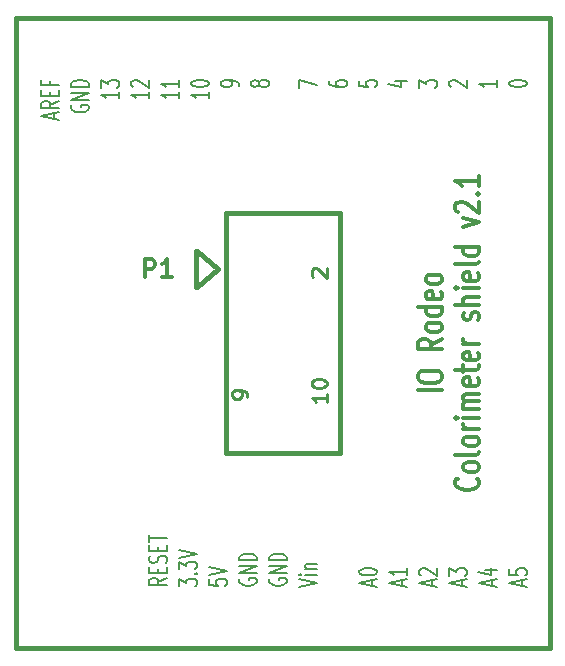
<source format=gto>
G04 (created by PCBNEW-RS274X (2011-07-19)-testing) date Tue 12 Jun 2012 01:26:16 PM PDT*
G01*
G70*
G90*
%MOIN*%
G04 Gerber Fmt 3.4, Leading zero omitted, Abs format*
%FSLAX34Y34*%
G04 APERTURE LIST*
%ADD10C,0.006000*%
%ADD11C,0.008000*%
%ADD12C,0.012000*%
%ADD13C,0.015000*%
%ADD14C,0.010000*%
G04 APERTURE END LIST*
G54D10*
G54D11*
X59122Y-33873D02*
X59122Y-33682D01*
X59294Y-33911D02*
X58694Y-33778D01*
X59294Y-33644D01*
X59294Y-33282D02*
X59008Y-33416D01*
X59294Y-33511D02*
X58694Y-33511D01*
X58694Y-33358D01*
X58722Y-33320D01*
X58751Y-33301D01*
X58808Y-33282D01*
X58894Y-33282D01*
X58951Y-33301D01*
X58980Y-33320D01*
X59008Y-33358D01*
X59008Y-33511D01*
X58980Y-33111D02*
X58980Y-32977D01*
X59294Y-32920D02*
X59294Y-33111D01*
X58694Y-33111D01*
X58694Y-32920D01*
X58980Y-32615D02*
X58980Y-32749D01*
X59294Y-32749D02*
X58694Y-32749D01*
X58694Y-32558D01*
X59722Y-33415D02*
X59694Y-33453D01*
X59694Y-33510D01*
X59722Y-33568D01*
X59780Y-33606D01*
X59837Y-33625D01*
X59951Y-33644D01*
X60037Y-33644D01*
X60151Y-33625D01*
X60208Y-33606D01*
X60265Y-33568D01*
X60294Y-33510D01*
X60294Y-33472D01*
X60265Y-33415D01*
X60237Y-33396D01*
X60037Y-33396D01*
X60037Y-33472D01*
X60294Y-33225D02*
X59694Y-33225D01*
X60294Y-32996D01*
X59694Y-32996D01*
X60294Y-32806D02*
X59694Y-32806D01*
X59694Y-32711D01*
X59722Y-32653D01*
X59780Y-32615D01*
X59837Y-32596D01*
X59951Y-32577D01*
X60037Y-32577D01*
X60151Y-32596D01*
X60208Y-32615D01*
X60265Y-32653D01*
X60294Y-32711D01*
X60294Y-32806D01*
X61294Y-32958D02*
X61294Y-33187D01*
X61294Y-33073D02*
X60694Y-33073D01*
X60780Y-33111D01*
X60837Y-33149D01*
X60865Y-33187D01*
X60694Y-32825D02*
X60694Y-32577D01*
X60922Y-32711D01*
X60922Y-32653D01*
X60951Y-32615D01*
X60980Y-32596D01*
X61037Y-32577D01*
X61180Y-32577D01*
X61237Y-32596D01*
X61265Y-32615D01*
X61294Y-32653D01*
X61294Y-32768D01*
X61265Y-32806D01*
X61237Y-32825D01*
X62294Y-32958D02*
X62294Y-33187D01*
X62294Y-33073D02*
X61694Y-33073D01*
X61780Y-33111D01*
X61837Y-33149D01*
X61865Y-33187D01*
X61751Y-32806D02*
X61722Y-32787D01*
X61694Y-32749D01*
X61694Y-32653D01*
X61722Y-32615D01*
X61751Y-32596D01*
X61808Y-32577D01*
X61865Y-32577D01*
X61951Y-32596D01*
X62294Y-32825D01*
X62294Y-32577D01*
X63294Y-32958D02*
X63294Y-33187D01*
X63294Y-33073D02*
X62694Y-33073D01*
X62780Y-33111D01*
X62837Y-33149D01*
X62865Y-33187D01*
X63294Y-32577D02*
X63294Y-32806D01*
X63294Y-32692D02*
X62694Y-32692D01*
X62780Y-32730D01*
X62837Y-32768D01*
X62865Y-32806D01*
X64294Y-32958D02*
X64294Y-33187D01*
X64294Y-33073D02*
X63694Y-33073D01*
X63780Y-33111D01*
X63837Y-33149D01*
X63865Y-33187D01*
X63694Y-32711D02*
X63694Y-32672D01*
X63722Y-32634D01*
X63751Y-32615D01*
X63808Y-32596D01*
X63922Y-32577D01*
X64065Y-32577D01*
X64180Y-32596D01*
X64237Y-32615D01*
X64265Y-32634D01*
X64294Y-32672D01*
X64294Y-32711D01*
X64265Y-32749D01*
X64237Y-32768D01*
X64180Y-32787D01*
X64065Y-32806D01*
X63922Y-32806D01*
X63808Y-32787D01*
X63751Y-32768D01*
X63722Y-32749D01*
X63694Y-32711D01*
X65294Y-32768D02*
X65294Y-32692D01*
X65265Y-32653D01*
X65237Y-32634D01*
X65151Y-32596D01*
X65037Y-32577D01*
X64808Y-32577D01*
X64751Y-32596D01*
X64722Y-32615D01*
X64694Y-32653D01*
X64694Y-32730D01*
X64722Y-32768D01*
X64751Y-32787D01*
X64808Y-32806D01*
X64951Y-32806D01*
X65008Y-32787D01*
X65037Y-32768D01*
X65065Y-32730D01*
X65065Y-32653D01*
X65037Y-32615D01*
X65008Y-32596D01*
X64951Y-32577D01*
X65951Y-32730D02*
X65922Y-32768D01*
X65894Y-32787D01*
X65837Y-32806D01*
X65808Y-32806D01*
X65751Y-32787D01*
X65722Y-32768D01*
X65694Y-32730D01*
X65694Y-32653D01*
X65722Y-32615D01*
X65751Y-32596D01*
X65808Y-32577D01*
X65837Y-32577D01*
X65894Y-32596D01*
X65922Y-32615D01*
X65951Y-32653D01*
X65951Y-32730D01*
X65980Y-32768D01*
X66008Y-32787D01*
X66065Y-32806D01*
X66180Y-32806D01*
X66237Y-32787D01*
X66265Y-32768D01*
X66294Y-32730D01*
X66294Y-32653D01*
X66265Y-32615D01*
X66237Y-32596D01*
X66180Y-32577D01*
X66065Y-32577D01*
X66008Y-32596D01*
X65980Y-32615D01*
X65951Y-32653D01*
X67294Y-32825D02*
X67294Y-32558D01*
X67894Y-32730D01*
X68294Y-32615D02*
X68294Y-32692D01*
X68322Y-32730D01*
X68351Y-32749D01*
X68437Y-32787D01*
X68551Y-32806D01*
X68780Y-32806D01*
X68837Y-32787D01*
X68865Y-32768D01*
X68894Y-32730D01*
X68894Y-32653D01*
X68865Y-32615D01*
X68837Y-32596D01*
X68780Y-32577D01*
X68637Y-32577D01*
X68580Y-32596D01*
X68551Y-32615D01*
X68522Y-32653D01*
X68522Y-32730D01*
X68551Y-32768D01*
X68580Y-32787D01*
X68637Y-32806D01*
X69294Y-32596D02*
X69294Y-32787D01*
X69580Y-32806D01*
X69551Y-32787D01*
X69522Y-32749D01*
X69522Y-32653D01*
X69551Y-32615D01*
X69580Y-32596D01*
X69637Y-32577D01*
X69780Y-32577D01*
X69837Y-32596D01*
X69865Y-32615D01*
X69894Y-32653D01*
X69894Y-32749D01*
X69865Y-32787D01*
X69837Y-32806D01*
X70494Y-32615D02*
X70894Y-32615D01*
X70265Y-32711D02*
X70694Y-32806D01*
X70694Y-32558D01*
X71294Y-32825D02*
X71294Y-32577D01*
X71522Y-32711D01*
X71522Y-32653D01*
X71551Y-32615D01*
X71580Y-32596D01*
X71637Y-32577D01*
X71780Y-32577D01*
X71837Y-32596D01*
X71865Y-32615D01*
X71894Y-32653D01*
X71894Y-32768D01*
X71865Y-32806D01*
X71837Y-32825D01*
X72351Y-32806D02*
X72322Y-32787D01*
X72294Y-32749D01*
X72294Y-32653D01*
X72322Y-32615D01*
X72351Y-32596D01*
X72408Y-32577D01*
X72465Y-32577D01*
X72551Y-32596D01*
X72894Y-32825D01*
X72894Y-32577D01*
X73894Y-32577D02*
X73894Y-32806D01*
X73894Y-32692D02*
X73294Y-32692D01*
X73380Y-32730D01*
X73437Y-32768D01*
X73465Y-32806D01*
X74294Y-32711D02*
X74294Y-32672D01*
X74322Y-32634D01*
X74351Y-32615D01*
X74408Y-32596D01*
X74522Y-32577D01*
X74665Y-32577D01*
X74780Y-32596D01*
X74837Y-32615D01*
X74865Y-32634D01*
X74894Y-32672D01*
X74894Y-32711D01*
X74865Y-32749D01*
X74837Y-32768D01*
X74780Y-32787D01*
X74665Y-32806D01*
X74522Y-32806D01*
X74408Y-32787D01*
X74351Y-32768D01*
X74322Y-32749D01*
X74294Y-32711D01*
X62894Y-49177D02*
X62608Y-49311D01*
X62894Y-49406D02*
X62294Y-49406D01*
X62294Y-49253D01*
X62322Y-49215D01*
X62351Y-49196D01*
X62408Y-49177D01*
X62494Y-49177D01*
X62551Y-49196D01*
X62580Y-49215D01*
X62608Y-49253D01*
X62608Y-49406D01*
X62580Y-49006D02*
X62580Y-48872D01*
X62894Y-48815D02*
X62894Y-49006D01*
X62294Y-49006D01*
X62294Y-48815D01*
X62865Y-48663D02*
X62894Y-48606D01*
X62894Y-48510D01*
X62865Y-48472D01*
X62837Y-48453D01*
X62780Y-48434D01*
X62722Y-48434D01*
X62665Y-48453D01*
X62637Y-48472D01*
X62608Y-48510D01*
X62580Y-48587D01*
X62551Y-48625D01*
X62522Y-48644D01*
X62465Y-48663D01*
X62408Y-48663D01*
X62351Y-48644D01*
X62322Y-48625D01*
X62294Y-48587D01*
X62294Y-48491D01*
X62322Y-48434D01*
X62580Y-48263D02*
X62580Y-48129D01*
X62894Y-48072D02*
X62894Y-48263D01*
X62294Y-48263D01*
X62294Y-48072D01*
X62294Y-47958D02*
X62294Y-47729D01*
X62894Y-47844D02*
X62294Y-47844D01*
X63294Y-49444D02*
X63294Y-49196D01*
X63522Y-49330D01*
X63522Y-49272D01*
X63551Y-49234D01*
X63580Y-49215D01*
X63637Y-49196D01*
X63780Y-49196D01*
X63837Y-49215D01*
X63865Y-49234D01*
X63894Y-49272D01*
X63894Y-49387D01*
X63865Y-49425D01*
X63837Y-49444D01*
X63837Y-49025D02*
X63865Y-49006D01*
X63894Y-49025D01*
X63865Y-49044D01*
X63837Y-49025D01*
X63894Y-49025D01*
X63294Y-48873D02*
X63294Y-48625D01*
X63522Y-48759D01*
X63522Y-48701D01*
X63551Y-48663D01*
X63580Y-48644D01*
X63637Y-48625D01*
X63780Y-48625D01*
X63837Y-48644D01*
X63865Y-48663D01*
X63894Y-48701D01*
X63894Y-48816D01*
X63865Y-48854D01*
X63837Y-48873D01*
X63294Y-48511D02*
X63894Y-48378D01*
X63294Y-48244D01*
X64294Y-49215D02*
X64294Y-49406D01*
X64580Y-49425D01*
X64551Y-49406D01*
X64522Y-49368D01*
X64522Y-49272D01*
X64551Y-49234D01*
X64580Y-49215D01*
X64637Y-49196D01*
X64780Y-49196D01*
X64837Y-49215D01*
X64865Y-49234D01*
X64894Y-49272D01*
X64894Y-49368D01*
X64865Y-49406D01*
X64837Y-49425D01*
X64294Y-49082D02*
X64894Y-48949D01*
X64294Y-48815D01*
X65322Y-49196D02*
X65294Y-49234D01*
X65294Y-49291D01*
X65322Y-49349D01*
X65380Y-49387D01*
X65437Y-49406D01*
X65551Y-49425D01*
X65637Y-49425D01*
X65751Y-49406D01*
X65808Y-49387D01*
X65865Y-49349D01*
X65894Y-49291D01*
X65894Y-49253D01*
X65865Y-49196D01*
X65837Y-49177D01*
X65637Y-49177D01*
X65637Y-49253D01*
X65894Y-49006D02*
X65294Y-49006D01*
X65894Y-48777D01*
X65294Y-48777D01*
X65894Y-48587D02*
X65294Y-48587D01*
X65294Y-48492D01*
X65322Y-48434D01*
X65380Y-48396D01*
X65437Y-48377D01*
X65551Y-48358D01*
X65637Y-48358D01*
X65751Y-48377D01*
X65808Y-48396D01*
X65865Y-48434D01*
X65894Y-48492D01*
X65894Y-48587D01*
X66322Y-49196D02*
X66294Y-49234D01*
X66294Y-49291D01*
X66322Y-49349D01*
X66380Y-49387D01*
X66437Y-49406D01*
X66551Y-49425D01*
X66637Y-49425D01*
X66751Y-49406D01*
X66808Y-49387D01*
X66865Y-49349D01*
X66894Y-49291D01*
X66894Y-49253D01*
X66865Y-49196D01*
X66837Y-49177D01*
X66637Y-49177D01*
X66637Y-49253D01*
X66894Y-49006D02*
X66294Y-49006D01*
X66894Y-48777D01*
X66294Y-48777D01*
X66894Y-48587D02*
X66294Y-48587D01*
X66294Y-48492D01*
X66322Y-48434D01*
X66380Y-48396D01*
X66437Y-48377D01*
X66551Y-48358D01*
X66637Y-48358D01*
X66751Y-48377D01*
X66808Y-48396D01*
X66865Y-48434D01*
X66894Y-48492D01*
X66894Y-48587D01*
X67294Y-49463D02*
X67894Y-49330D01*
X67294Y-49196D01*
X67894Y-49063D02*
X67494Y-49063D01*
X67294Y-49063D02*
X67322Y-49082D01*
X67351Y-49063D01*
X67322Y-49044D01*
X67294Y-49063D01*
X67351Y-49063D01*
X67494Y-48873D02*
X67894Y-48873D01*
X67551Y-48873D02*
X67522Y-48854D01*
X67494Y-48816D01*
X67494Y-48758D01*
X67522Y-48720D01*
X67580Y-48701D01*
X67894Y-48701D01*
X69722Y-49425D02*
X69722Y-49234D01*
X69894Y-49463D02*
X69294Y-49330D01*
X69894Y-49196D01*
X69294Y-48987D02*
X69294Y-48948D01*
X69322Y-48910D01*
X69351Y-48891D01*
X69408Y-48872D01*
X69522Y-48853D01*
X69665Y-48853D01*
X69780Y-48872D01*
X69837Y-48891D01*
X69865Y-48910D01*
X69894Y-48948D01*
X69894Y-48987D01*
X69865Y-49025D01*
X69837Y-49044D01*
X69780Y-49063D01*
X69665Y-49082D01*
X69522Y-49082D01*
X69408Y-49063D01*
X69351Y-49044D01*
X69322Y-49025D01*
X69294Y-48987D01*
X70722Y-49425D02*
X70722Y-49234D01*
X70894Y-49463D02*
X70294Y-49330D01*
X70894Y-49196D01*
X70894Y-48853D02*
X70894Y-49082D01*
X70894Y-48968D02*
X70294Y-48968D01*
X70380Y-49006D01*
X70437Y-49044D01*
X70465Y-49082D01*
X71722Y-49425D02*
X71722Y-49234D01*
X71894Y-49463D02*
X71294Y-49330D01*
X71894Y-49196D01*
X71351Y-49082D02*
X71322Y-49063D01*
X71294Y-49025D01*
X71294Y-48929D01*
X71322Y-48891D01*
X71351Y-48872D01*
X71408Y-48853D01*
X71465Y-48853D01*
X71551Y-48872D01*
X71894Y-49101D01*
X71894Y-48853D01*
X72722Y-49425D02*
X72722Y-49234D01*
X72894Y-49463D02*
X72294Y-49330D01*
X72894Y-49196D01*
X72294Y-49101D02*
X72294Y-48853D01*
X72522Y-48987D01*
X72522Y-48929D01*
X72551Y-48891D01*
X72580Y-48872D01*
X72637Y-48853D01*
X72780Y-48853D01*
X72837Y-48872D01*
X72865Y-48891D01*
X72894Y-48929D01*
X72894Y-49044D01*
X72865Y-49082D01*
X72837Y-49101D01*
X73722Y-49425D02*
X73722Y-49234D01*
X73894Y-49463D02*
X73294Y-49330D01*
X73894Y-49196D01*
X73494Y-48891D02*
X73894Y-48891D01*
X73265Y-48987D02*
X73694Y-49082D01*
X73694Y-48834D01*
X74722Y-49425D02*
X74722Y-49234D01*
X74894Y-49463D02*
X74294Y-49330D01*
X74894Y-49196D01*
X74294Y-48872D02*
X74294Y-49063D01*
X74580Y-49082D01*
X74551Y-49063D01*
X74522Y-49025D01*
X74522Y-48929D01*
X74551Y-48891D01*
X74580Y-48872D01*
X74637Y-48853D01*
X74780Y-48853D01*
X74837Y-48872D01*
X74865Y-48891D01*
X74894Y-48929D01*
X74894Y-49025D01*
X74865Y-49063D01*
X74837Y-49082D01*
G54D12*
X72061Y-42914D02*
X71261Y-42914D01*
X71261Y-42514D02*
X71261Y-42400D01*
X71299Y-42342D01*
X71375Y-42285D01*
X71527Y-42257D01*
X71794Y-42257D01*
X71947Y-42285D01*
X72023Y-42342D01*
X72061Y-42400D01*
X72061Y-42514D01*
X72023Y-42571D01*
X71947Y-42628D01*
X71794Y-42657D01*
X71527Y-42657D01*
X71375Y-42628D01*
X71299Y-42571D01*
X71261Y-42514D01*
X72061Y-41199D02*
X71680Y-41399D01*
X72061Y-41542D02*
X71261Y-41542D01*
X71261Y-41314D01*
X71299Y-41256D01*
X71337Y-41228D01*
X71413Y-41199D01*
X71527Y-41199D01*
X71604Y-41228D01*
X71642Y-41256D01*
X71680Y-41314D01*
X71680Y-41542D01*
X72061Y-40856D02*
X72023Y-40914D01*
X71985Y-40942D01*
X71908Y-40971D01*
X71680Y-40971D01*
X71604Y-40942D01*
X71566Y-40914D01*
X71527Y-40856D01*
X71527Y-40771D01*
X71566Y-40714D01*
X71604Y-40685D01*
X71680Y-40656D01*
X71908Y-40656D01*
X71985Y-40685D01*
X72023Y-40714D01*
X72061Y-40771D01*
X72061Y-40856D01*
X72061Y-40142D02*
X71261Y-40142D01*
X72023Y-40142D02*
X72061Y-40199D01*
X72061Y-40313D01*
X72023Y-40371D01*
X71985Y-40399D01*
X71908Y-40428D01*
X71680Y-40428D01*
X71604Y-40399D01*
X71566Y-40371D01*
X71527Y-40313D01*
X71527Y-40199D01*
X71566Y-40142D01*
X72023Y-39628D02*
X72061Y-39685D01*
X72061Y-39799D01*
X72023Y-39856D01*
X71947Y-39885D01*
X71642Y-39885D01*
X71566Y-39856D01*
X71527Y-39799D01*
X71527Y-39685D01*
X71566Y-39628D01*
X71642Y-39599D01*
X71718Y-39599D01*
X71794Y-39885D01*
X72061Y-39256D02*
X72023Y-39314D01*
X71985Y-39342D01*
X71908Y-39371D01*
X71680Y-39371D01*
X71604Y-39342D01*
X71566Y-39314D01*
X71527Y-39256D01*
X71527Y-39171D01*
X71566Y-39114D01*
X71604Y-39085D01*
X71680Y-39056D01*
X71908Y-39056D01*
X71985Y-39085D01*
X72023Y-39114D01*
X72061Y-39171D01*
X72061Y-39256D01*
X73225Y-45856D02*
X73263Y-45885D01*
X73301Y-45971D01*
X73301Y-46028D01*
X73263Y-46113D01*
X73187Y-46171D01*
X73110Y-46199D01*
X72958Y-46228D01*
X72844Y-46228D01*
X72691Y-46199D01*
X72615Y-46171D01*
X72539Y-46113D01*
X72501Y-46028D01*
X72501Y-45971D01*
X72539Y-45885D01*
X72577Y-45856D01*
X73301Y-45513D02*
X73263Y-45571D01*
X73225Y-45599D01*
X73148Y-45628D01*
X72920Y-45628D01*
X72844Y-45599D01*
X72806Y-45571D01*
X72767Y-45513D01*
X72767Y-45428D01*
X72806Y-45371D01*
X72844Y-45342D01*
X72920Y-45313D01*
X73148Y-45313D01*
X73225Y-45342D01*
X73263Y-45371D01*
X73301Y-45428D01*
X73301Y-45513D01*
X73301Y-44970D02*
X73263Y-45028D01*
X73187Y-45056D01*
X72501Y-45056D01*
X73301Y-44656D02*
X73263Y-44714D01*
X73225Y-44742D01*
X73148Y-44771D01*
X72920Y-44771D01*
X72844Y-44742D01*
X72806Y-44714D01*
X72767Y-44656D01*
X72767Y-44571D01*
X72806Y-44514D01*
X72844Y-44485D01*
X72920Y-44456D01*
X73148Y-44456D01*
X73225Y-44485D01*
X73263Y-44514D01*
X73301Y-44571D01*
X73301Y-44656D01*
X73301Y-44199D02*
X72767Y-44199D01*
X72920Y-44199D02*
X72844Y-44171D01*
X72806Y-44142D01*
X72767Y-44085D01*
X72767Y-44028D01*
X73301Y-43828D02*
X72767Y-43828D01*
X72501Y-43828D02*
X72539Y-43857D01*
X72577Y-43828D01*
X72539Y-43800D01*
X72501Y-43828D01*
X72577Y-43828D01*
X73301Y-43542D02*
X72767Y-43542D01*
X72844Y-43542D02*
X72806Y-43514D01*
X72767Y-43456D01*
X72767Y-43371D01*
X72806Y-43314D01*
X72882Y-43285D01*
X73301Y-43285D01*
X72882Y-43285D02*
X72806Y-43256D01*
X72767Y-43199D01*
X72767Y-43114D01*
X72806Y-43056D01*
X72882Y-43028D01*
X73301Y-43028D01*
X73263Y-42514D02*
X73301Y-42571D01*
X73301Y-42685D01*
X73263Y-42742D01*
X73187Y-42771D01*
X72882Y-42771D01*
X72806Y-42742D01*
X72767Y-42685D01*
X72767Y-42571D01*
X72806Y-42514D01*
X72882Y-42485D01*
X72958Y-42485D01*
X73034Y-42771D01*
X72767Y-42314D02*
X72767Y-42085D01*
X72501Y-42228D02*
X73187Y-42228D01*
X73263Y-42200D01*
X73301Y-42142D01*
X73301Y-42085D01*
X73263Y-41657D02*
X73301Y-41714D01*
X73301Y-41828D01*
X73263Y-41885D01*
X73187Y-41914D01*
X72882Y-41914D01*
X72806Y-41885D01*
X72767Y-41828D01*
X72767Y-41714D01*
X72806Y-41657D01*
X72882Y-41628D01*
X72958Y-41628D01*
X73034Y-41914D01*
X73301Y-41371D02*
X72767Y-41371D01*
X72920Y-41371D02*
X72844Y-41343D01*
X72806Y-41314D01*
X72767Y-41257D01*
X72767Y-41200D01*
X73263Y-40572D02*
X73301Y-40515D01*
X73301Y-40400D01*
X73263Y-40343D01*
X73187Y-40315D01*
X73148Y-40315D01*
X73072Y-40343D01*
X73034Y-40400D01*
X73034Y-40486D01*
X72996Y-40543D01*
X72920Y-40572D01*
X72882Y-40572D01*
X72806Y-40543D01*
X72767Y-40486D01*
X72767Y-40400D01*
X72806Y-40343D01*
X73301Y-40057D02*
X72501Y-40057D01*
X73301Y-39800D02*
X72882Y-39800D01*
X72806Y-39829D01*
X72767Y-39886D01*
X72767Y-39971D01*
X72806Y-40029D01*
X72844Y-40057D01*
X73301Y-39514D02*
X72767Y-39514D01*
X72501Y-39514D02*
X72539Y-39543D01*
X72577Y-39514D01*
X72539Y-39486D01*
X72501Y-39514D01*
X72577Y-39514D01*
X73263Y-39000D02*
X73301Y-39057D01*
X73301Y-39171D01*
X73263Y-39228D01*
X73187Y-39257D01*
X72882Y-39257D01*
X72806Y-39228D01*
X72767Y-39171D01*
X72767Y-39057D01*
X72806Y-39000D01*
X72882Y-38971D01*
X72958Y-38971D01*
X73034Y-39257D01*
X73301Y-38628D02*
X73263Y-38686D01*
X73187Y-38714D01*
X72501Y-38714D01*
X73301Y-38143D02*
X72501Y-38143D01*
X73263Y-38143D02*
X73301Y-38200D01*
X73301Y-38314D01*
X73263Y-38372D01*
X73225Y-38400D01*
X73148Y-38429D01*
X72920Y-38429D01*
X72844Y-38400D01*
X72806Y-38372D01*
X72767Y-38314D01*
X72767Y-38200D01*
X72806Y-38143D01*
X72767Y-37457D02*
X73301Y-37314D01*
X72767Y-37172D01*
X72577Y-36972D02*
X72539Y-36943D01*
X72501Y-36886D01*
X72501Y-36743D01*
X72539Y-36686D01*
X72577Y-36657D01*
X72653Y-36629D01*
X72729Y-36629D01*
X72844Y-36657D01*
X73301Y-37000D01*
X73301Y-36629D01*
X73225Y-36372D02*
X73263Y-36344D01*
X73301Y-36372D01*
X73263Y-36401D01*
X73225Y-36372D01*
X73301Y-36372D01*
X73301Y-35772D02*
X73301Y-36115D01*
X73301Y-35943D02*
X72501Y-35943D01*
X72615Y-36000D01*
X72691Y-36058D01*
X72729Y-36115D01*
G54D13*
X57851Y-30501D02*
X75651Y-30501D01*
X75651Y-51501D02*
X75651Y-30501D01*
X57851Y-51501D02*
X75651Y-51501D01*
X57851Y-30501D02*
X57851Y-51501D01*
X68650Y-37000D02*
X68650Y-45000D01*
X68650Y-45000D02*
X64850Y-45000D01*
X64850Y-45000D02*
X64850Y-37000D01*
X64850Y-37000D02*
X68650Y-37000D01*
X63876Y-38283D02*
X63876Y-39465D01*
X64589Y-38888D02*
X63889Y-38288D01*
X63890Y-39488D02*
X64590Y-38888D01*
G54D12*
X62156Y-39141D02*
X62156Y-38541D01*
X62384Y-38541D01*
X62442Y-38569D01*
X62470Y-38598D01*
X62499Y-38655D01*
X62499Y-38741D01*
X62470Y-38798D01*
X62442Y-38827D01*
X62384Y-38855D01*
X62156Y-38855D01*
X63070Y-39141D02*
X62727Y-39141D01*
X62899Y-39141D02*
X62899Y-38541D01*
X62842Y-38627D01*
X62784Y-38684D01*
X62727Y-38712D01*
G54D14*
X68212Y-43024D02*
X68212Y-43310D01*
X68212Y-43167D02*
X67712Y-43167D01*
X67784Y-43215D01*
X67831Y-43262D01*
X67855Y-43310D01*
X67712Y-42715D02*
X67712Y-42667D01*
X67736Y-42619D01*
X67760Y-42596D01*
X67808Y-42572D01*
X67903Y-42548D01*
X68022Y-42548D01*
X68117Y-42572D01*
X68165Y-42596D01*
X68189Y-42619D01*
X68212Y-42667D01*
X68212Y-42715D01*
X68189Y-42762D01*
X68165Y-42786D01*
X68117Y-42810D01*
X68022Y-42834D01*
X67903Y-42834D01*
X67808Y-42810D01*
X67760Y-42786D01*
X67736Y-42762D01*
X67712Y-42715D01*
X65574Y-43142D02*
X65574Y-43047D01*
X65551Y-42999D01*
X65527Y-42975D01*
X65455Y-42928D01*
X65360Y-42904D01*
X65170Y-42904D01*
X65122Y-42928D01*
X65098Y-42952D01*
X65074Y-42999D01*
X65074Y-43095D01*
X65098Y-43142D01*
X65122Y-43166D01*
X65170Y-43190D01*
X65289Y-43190D01*
X65336Y-43166D01*
X65360Y-43142D01*
X65384Y-43095D01*
X65384Y-42999D01*
X65360Y-42952D01*
X65336Y-42928D01*
X65289Y-42904D01*
X67760Y-39135D02*
X67736Y-39111D01*
X67712Y-39063D01*
X67712Y-38944D01*
X67736Y-38897D01*
X67760Y-38873D01*
X67808Y-38849D01*
X67855Y-38849D01*
X67927Y-38873D01*
X68212Y-39159D01*
X68212Y-38849D01*
M02*

</source>
